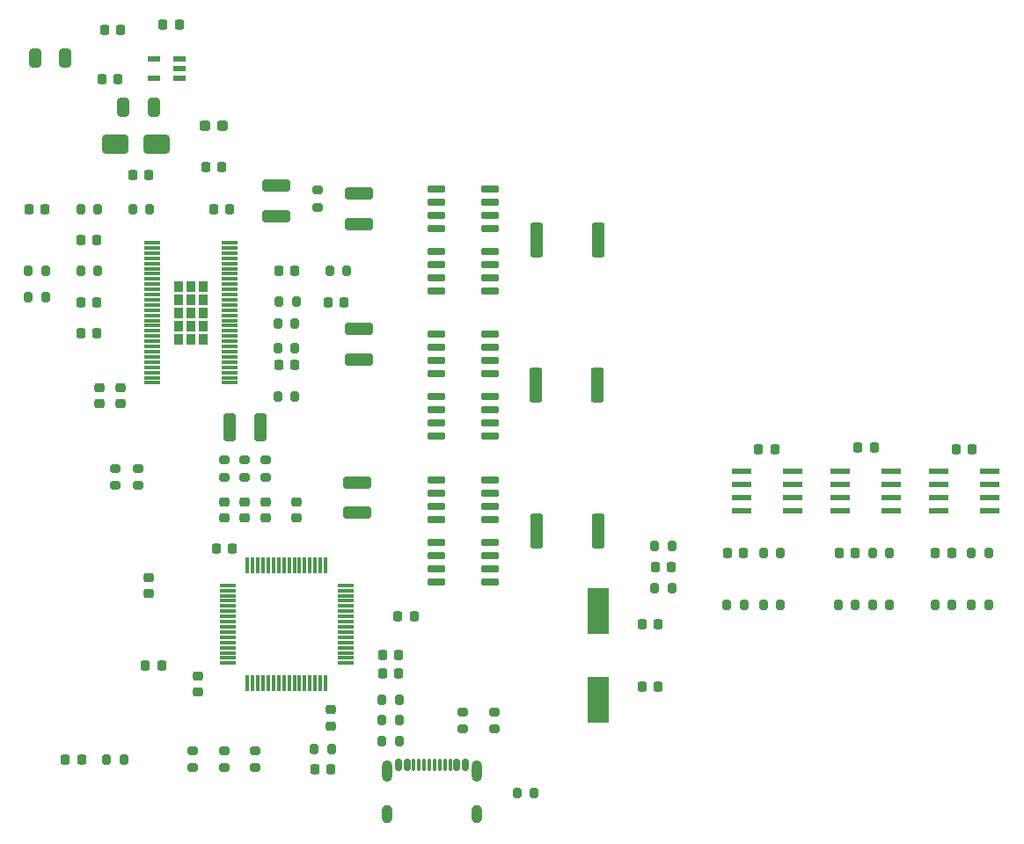
<source format=gbr>
%TF.GenerationSoftware,KiCad,Pcbnew,8.0.2*%
%TF.CreationDate,2024-10-24T11:45:51-03:00*%
%TF.ProjectId,ESCX,45534358-2e6b-4696-9361-645f70636258,rev?*%
%TF.SameCoordinates,Original*%
%TF.FileFunction,Paste,Top*%
%TF.FilePolarity,Positive*%
%FSLAX46Y46*%
G04 Gerber Fmt 4.6, Leading zero omitted, Abs format (unit mm)*
G04 Created by KiCad (PCBNEW 8.0.2) date 2024-10-24 11:45:51*
%MOMM*%
%LPD*%
G01*
G04 APERTURE LIST*
G04 Aperture macros list*
%AMRoundRect*
0 Rectangle with rounded corners*
0 $1 Rounding radius*
0 $2 $3 $4 $5 $6 $7 $8 $9 X,Y pos of 4 corners*
0 Add a 4 corners polygon primitive as box body*
4,1,4,$2,$3,$4,$5,$6,$7,$8,$9,$2,$3,0*
0 Add four circle primitives for the rounded corners*
1,1,$1+$1,$2,$3*
1,1,$1+$1,$4,$5*
1,1,$1+$1,$6,$7*
1,1,$1+$1,$8,$9*
0 Add four rect primitives between the rounded corners*
20,1,$1+$1,$2,$3,$4,$5,0*
20,1,$1+$1,$4,$5,$6,$7,0*
20,1,$1+$1,$6,$7,$8,$9,0*
20,1,$1+$1,$8,$9,$2,$3,0*%
G04 Aperture macros list end*
%ADD10RoundRect,0.237500X0.287500X0.237500X-0.287500X0.237500X-0.287500X-0.237500X0.287500X-0.237500X0*%
%ADD11RoundRect,0.225000X-0.225000X-0.250000X0.225000X-0.250000X0.225000X0.250000X-0.225000X0.250000X0*%
%ADD12RoundRect,0.200000X0.200000X0.275000X-0.200000X0.275000X-0.200000X-0.275000X0.200000X-0.275000X0*%
%ADD13RoundRect,0.225000X0.225000X0.250000X-0.225000X0.250000X-0.225000X-0.250000X0.225000X-0.250000X0*%
%ADD14RoundRect,0.200000X-0.275000X0.200000X-0.275000X-0.200000X0.275000X-0.200000X0.275000X0.200000X0*%
%ADD15RoundRect,0.218750X-0.256250X0.218750X-0.256250X-0.218750X0.256250X-0.218750X0.256250X0.218750X0*%
%ADD16RoundRect,0.200000X0.275000X-0.200000X0.275000X0.200000X-0.275000X0.200000X-0.275000X-0.200000X0*%
%ADD17RoundRect,0.250000X-0.362500X-1.425000X0.362500X-1.425000X0.362500X1.425000X-0.362500X1.425000X0*%
%ADD18RoundRect,0.250000X-1.100000X0.325000X-1.100000X-0.325000X1.100000X-0.325000X1.100000X0.325000X0*%
%ADD19RoundRect,0.200000X-0.200000X-0.275000X0.200000X-0.275000X0.200000X0.275000X-0.200000X0.275000X0*%
%ADD20R,1.981200X0.558800*%
%ADD21R,0.960000X1.030000*%
%ADD22R,1.550000X0.300000*%
%ADD23RoundRect,0.225000X-0.250000X0.225000X-0.250000X-0.225000X0.250000X-0.225000X0.250000X0.225000X0*%
%ADD24R,1.270000X0.558800*%
%ADD25RoundRect,0.075000X0.700000X0.075000X-0.700000X0.075000X-0.700000X-0.075000X0.700000X-0.075000X0*%
%ADD26RoundRect,0.075000X0.075000X0.700000X-0.075000X0.700000X-0.075000X-0.700000X0.075000X-0.700000X0*%
%ADD27RoundRect,0.250000X0.325000X0.650000X-0.325000X0.650000X-0.325000X-0.650000X0.325000X-0.650000X0*%
%ADD28RoundRect,0.150000X-0.725000X-0.150000X0.725000X-0.150000X0.725000X0.150000X-0.725000X0.150000X0*%
%ADD29RoundRect,0.150000X-0.150000X-0.425000X0.150000X-0.425000X0.150000X0.425000X-0.150000X0.425000X0*%
%ADD30RoundRect,0.075000X-0.075000X-0.500000X0.075000X-0.500000X0.075000X0.500000X-0.075000X0.500000X0*%
%ADD31O,1.000000X2.100000*%
%ADD32O,1.000000X1.800000*%
%ADD33R,2.000000X4.500000*%
%ADD34RoundRect,0.250000X1.000000X0.650000X-1.000000X0.650000X-1.000000X-0.650000X1.000000X-0.650000X0*%
%ADD35RoundRect,0.250000X1.100000X-0.325000X1.100000X0.325000X-1.100000X0.325000X-1.100000X-0.325000X0*%
%ADD36RoundRect,0.225000X0.250000X-0.225000X0.250000X0.225000X-0.250000X0.225000X-0.250000X-0.225000X0*%
%ADD37RoundRect,0.150000X0.725000X0.150000X-0.725000X0.150000X-0.725000X-0.150000X0.725000X-0.150000X0*%
%ADD38RoundRect,0.218750X-0.218750X-0.256250X0.218750X-0.256250X0.218750X0.256250X-0.218750X0.256250X0*%
%ADD39RoundRect,0.218750X0.218750X0.256250X-0.218750X0.256250X-0.218750X-0.256250X0.218750X-0.256250X0*%
%ADD40RoundRect,0.250000X0.325000X1.100000X-0.325000X1.100000X-0.325000X-1.100000X0.325000X-1.100000X0*%
G04 APERTURE END LIST*
D10*
%TO.C,L2*%
X121875000Y-63000000D03*
X120125000Y-63000000D03*
%TD*%
D11*
%TO.C,C4*%
X137225000Y-115750000D03*
X138775000Y-115750000D03*
%TD*%
D12*
%TO.C,R11*%
X175550000Y-109168800D03*
X173900000Y-109168800D03*
%TD*%
D11*
%TO.C,C2*%
X121225000Y-103750000D03*
X122775000Y-103750000D03*
%TD*%
D13*
%TO.C,C53*%
X132275000Y-125000000D03*
X130725000Y-125000000D03*
%TD*%
D14*
%TO.C,R3*%
X126000000Y-95175000D03*
X126000000Y-96825000D03*
%TD*%
D15*
%TO.C,D1*%
X122000000Y-99212500D03*
X122000000Y-100787500D03*
%TD*%
D12*
%TO.C,R7*%
X109825000Y-77000000D03*
X108175000Y-77000000D03*
%TD*%
%TO.C,R8*%
X114825000Y-71000000D03*
X113175000Y-71000000D03*
%TD*%
D16*
%TO.C,R1*%
X122000000Y-96825000D03*
X122000000Y-95175000D03*
%TD*%
D12*
%TO.C,R25*%
X128925000Y-79925000D03*
X127275000Y-79925000D03*
%TD*%
D11*
%TO.C,C27*%
X131975000Y-80000000D03*
X133525000Y-80000000D03*
%TD*%
D17*
%TO.C,R24*%
X152000000Y-88000000D03*
X157925000Y-88000000D03*
%TD*%
D18*
%TO.C,C48*%
X135000000Y-82525000D03*
X135000000Y-85475000D03*
%TD*%
D12*
%TO.C,R5*%
X104825000Y-77000000D03*
X103175000Y-77000000D03*
%TD*%
%TO.C,R20*%
X133825000Y-77000000D03*
X132175000Y-77000000D03*
%TD*%
D16*
%TO.C,R2*%
X124000000Y-96825000D03*
X124000000Y-95175000D03*
%TD*%
D19*
%TO.C,R28*%
X163425000Y-107500000D03*
X165075000Y-107500000D03*
%TD*%
%TO.C,R14*%
X190400000Y-109168800D03*
X192050000Y-109168800D03*
%TD*%
D13*
%TO.C,C49*%
X175000000Y-94168800D03*
X173450000Y-94168800D03*
%TD*%
D20*
%TO.C,U7*%
X171761200Y-96263800D03*
X171761200Y-97533800D03*
X171761200Y-98803800D03*
X171761200Y-100073800D03*
X176688800Y-100073800D03*
X176688800Y-98803800D03*
X176688800Y-97533800D03*
X176688800Y-96263800D03*
%TD*%
D13*
%TO.C,C25*%
X122525000Y-71000000D03*
X120975000Y-71000000D03*
%TD*%
D21*
%TO.C,U3*%
X117593200Y-78460000D03*
X117593200Y-79730000D03*
X117593200Y-81000000D03*
X117593200Y-82270000D03*
X117593200Y-83540000D03*
X118796600Y-78460000D03*
X118796600Y-79730000D03*
X118796600Y-81000000D03*
X118796600Y-82270000D03*
X118796600Y-83540000D03*
X120000000Y-78460000D03*
X120000000Y-79730000D03*
X120000000Y-81000000D03*
X120000000Y-82270000D03*
X120000000Y-83540000D03*
D22*
X115046600Y-74250000D03*
X115046600Y-74750000D03*
X115046600Y-75250000D03*
X115046600Y-75750000D03*
X115046600Y-76250000D03*
X115046600Y-76750000D03*
X115046600Y-77250000D03*
X115046600Y-77750000D03*
X115046600Y-78250000D03*
X115046600Y-78750000D03*
X115046600Y-79250000D03*
X115046600Y-79750000D03*
X115046600Y-80250000D03*
X115046600Y-80750000D03*
X115046600Y-81250000D03*
X115046600Y-81750000D03*
X115046600Y-82250000D03*
X115046600Y-82750000D03*
X115046600Y-83250000D03*
X115046600Y-83750000D03*
X115046600Y-84250000D03*
X115046600Y-84750000D03*
X115046600Y-85250000D03*
X115046600Y-85750000D03*
X115046600Y-86250000D03*
X115046600Y-86750000D03*
X115046600Y-87250000D03*
X115046600Y-87750000D03*
X122546600Y-87750000D03*
X122546600Y-87250000D03*
X122546600Y-86750000D03*
X122546600Y-86250000D03*
X122546600Y-85750000D03*
X122546600Y-85250000D03*
X122546600Y-84750000D03*
X122546600Y-84250000D03*
X122546600Y-83750000D03*
X122546600Y-83250000D03*
X122546600Y-82750000D03*
X122546600Y-82250000D03*
X122546600Y-81750000D03*
X122546600Y-81250000D03*
X122546600Y-80750000D03*
X122546600Y-80250000D03*
X122546600Y-79750000D03*
X122546600Y-79250000D03*
X122546600Y-78750000D03*
X122546600Y-78250000D03*
X122546600Y-77750000D03*
X122546600Y-77250000D03*
X122546600Y-76750000D03*
X122546600Y-76250000D03*
X122546600Y-75750000D03*
X122546600Y-75250000D03*
X122546600Y-74750000D03*
X122546600Y-74250000D03*
%TD*%
D23*
%TO.C,C16*%
X110000000Y-88225000D03*
X110000000Y-89775000D03*
%TD*%
D17*
%TO.C,R18*%
X152037500Y-74000000D03*
X157962500Y-74000000D03*
%TD*%
D24*
%TO.C,U2*%
X117719200Y-58452500D03*
X117719200Y-57500000D03*
X117719200Y-56547500D03*
X115280800Y-56547500D03*
X115280800Y-58452500D03*
%TD*%
D20*
%TO.C,U6*%
X181297400Y-96263800D03*
X181297400Y-97533800D03*
X181297400Y-98803800D03*
X181297400Y-100073800D03*
X186225000Y-100073800D03*
X186225000Y-98803800D03*
X186225000Y-97533800D03*
X186225000Y-96263800D03*
%TD*%
D13*
%TO.C,C12*%
X117675000Y-53250000D03*
X116125000Y-53250000D03*
%TD*%
D25*
%TO.C,U1*%
X133675000Y-114750000D03*
X133675000Y-114250000D03*
X133675000Y-113750000D03*
X133675000Y-113250000D03*
X133675000Y-112750000D03*
X133675000Y-112250000D03*
X133675000Y-111750000D03*
X133675000Y-111250000D03*
X133675000Y-110750000D03*
X133675000Y-110250000D03*
X133675000Y-109750000D03*
X133675000Y-109250000D03*
X133675000Y-108750000D03*
X133675000Y-108250000D03*
X133675000Y-107750000D03*
X133675000Y-107250000D03*
D26*
X131750000Y-105325000D03*
X131250000Y-105325000D03*
X130750000Y-105325000D03*
X130250000Y-105325000D03*
X129750000Y-105325000D03*
X129250000Y-105325000D03*
X128750000Y-105325000D03*
X128250000Y-105325000D03*
X127750000Y-105325000D03*
X127250000Y-105325000D03*
X126750000Y-105325000D03*
X126250000Y-105325000D03*
X125750000Y-105325000D03*
X125250000Y-105325000D03*
X124750000Y-105325000D03*
X124250000Y-105325000D03*
D25*
X122325000Y-107250000D03*
X122325000Y-107750000D03*
X122325000Y-108250000D03*
X122325000Y-108750000D03*
X122325000Y-109250000D03*
X122325000Y-109750000D03*
X122325000Y-110250000D03*
X122325000Y-110750000D03*
X122325000Y-111250000D03*
X122325000Y-111750000D03*
X122325000Y-112250000D03*
X122325000Y-112750000D03*
X122325000Y-113250000D03*
X122325000Y-113750000D03*
X122325000Y-114250000D03*
X122325000Y-114750000D03*
D26*
X124250000Y-116675000D03*
X124750000Y-116675000D03*
X125250000Y-116675000D03*
X125750000Y-116675000D03*
X126250000Y-116675000D03*
X126750000Y-116675000D03*
X127250000Y-116675000D03*
X127750000Y-116675000D03*
X128250000Y-116675000D03*
X128750000Y-116675000D03*
X129250000Y-116675000D03*
X129750000Y-116675000D03*
X130250000Y-116675000D03*
X130750000Y-116675000D03*
X131250000Y-116675000D03*
X131750000Y-116675000D03*
%TD*%
D12*
%TO.C,R23*%
X175550000Y-104168800D03*
X173900000Y-104168800D03*
%TD*%
D11*
%TO.C,C3*%
X114425000Y-115000000D03*
X115975000Y-115000000D03*
%TD*%
D16*
%TO.C,R35*%
X122000000Y-124825000D03*
X122000000Y-123175000D03*
%TD*%
D19*
%TO.C,R4*%
X103175000Y-79500000D03*
X104825000Y-79500000D03*
%TD*%
D14*
%TO.C,R30*%
X113750000Y-96000000D03*
X113750000Y-97650000D03*
%TD*%
D13*
%TO.C,C46*%
X184562050Y-93953800D03*
X183012050Y-93953800D03*
%TD*%
D14*
%TO.C,R19*%
X131000000Y-69175000D03*
X131000000Y-70825000D03*
%TD*%
D27*
%TO.C,C30*%
X115225000Y-61250000D03*
X112275000Y-61250000D03*
%TD*%
D13*
%TO.C,C29*%
X114775000Y-67750000D03*
X113225000Y-67750000D03*
%TD*%
D28*
%TO.C,Q6*%
X142425000Y-106905000D03*
X147575000Y-103095000D03*
X147575000Y-104365000D03*
X147575000Y-105635000D03*
X147575000Y-106905000D03*
X142425000Y-103095000D03*
X142425000Y-104365000D03*
X142425000Y-105635000D03*
%TD*%
D14*
%TO.C,R38*%
X148000000Y-119425000D03*
X148000000Y-121075000D03*
%TD*%
%TO.C,R42*%
X145000000Y-119425000D03*
X145000000Y-121075000D03*
%TD*%
D29*
%TO.C,J6*%
X138800000Y-124570000D03*
X139600000Y-124570000D03*
D30*
X140750000Y-124570000D03*
X141750000Y-124570000D03*
X142250000Y-124570000D03*
X143250000Y-124570000D03*
D29*
X144400000Y-124570000D03*
X145200000Y-124570000D03*
X145200000Y-124570000D03*
X144400000Y-124570000D03*
D30*
X143750000Y-124570000D03*
X142750000Y-124570000D03*
X141250000Y-124570000D03*
X140250000Y-124570000D03*
D29*
X139600000Y-124570000D03*
X138800000Y-124570000D03*
D31*
X137680000Y-125145000D03*
D32*
X137680000Y-129325000D03*
D31*
X146320000Y-125145000D03*
D32*
X146320000Y-129325000D03*
%TD*%
D18*
%TO.C,C42*%
X135000000Y-69525000D03*
X135000000Y-72475000D03*
%TD*%
D23*
%TO.C,C9*%
X119500000Y-115975000D03*
X119500000Y-117525000D03*
%TD*%
D12*
%TO.C,R32*%
X128825000Y-84400000D03*
X127175000Y-84400000D03*
%TD*%
D13*
%TO.C,C7*%
X163775000Y-111000000D03*
X162225000Y-111000000D03*
%TD*%
D14*
%TO.C,R29*%
X111500000Y-96000000D03*
X111500000Y-97650000D03*
%TD*%
D15*
%TO.C,D3*%
X126000000Y-99212500D03*
X126000000Y-100787500D03*
%TD*%
D33*
%TO.C,X1*%
X158000000Y-109750000D03*
X158000000Y-118250000D03*
%TD*%
D20*
%TO.C,U5*%
X190761200Y-96263800D03*
X190761200Y-97533800D03*
X190761200Y-98803800D03*
X190761200Y-100073800D03*
X195688800Y-100073800D03*
X195688800Y-98803800D03*
X195688800Y-97533800D03*
X195688800Y-96263800D03*
%TD*%
D28*
%TO.C,Q4*%
X142425000Y-92905000D03*
X147575000Y-89095000D03*
X147575000Y-90365000D03*
X147575000Y-91635000D03*
X147575000Y-92905000D03*
X142425000Y-89095000D03*
X142425000Y-90365000D03*
X142425000Y-91635000D03*
%TD*%
D34*
%TO.C,D4*%
X115500000Y-64750000D03*
X111500000Y-64750000D03*
%TD*%
D19*
%TO.C,R12*%
X170400000Y-109168800D03*
X172050000Y-109168800D03*
%TD*%
D12*
%TO.C,R43*%
X151825000Y-127250000D03*
X150175000Y-127250000D03*
%TD*%
D13*
%TO.C,C13*%
X109775000Y-80000000D03*
X108225000Y-80000000D03*
%TD*%
D35*
%TO.C,C28*%
X127000000Y-71725000D03*
X127000000Y-68775000D03*
%TD*%
D17*
%TO.C,R31*%
X152037500Y-102000000D03*
X157962500Y-102000000D03*
%TD*%
D13*
%TO.C,C43*%
X192000000Y-104168800D03*
X190450000Y-104168800D03*
%TD*%
D19*
%TO.C,R13*%
X110675000Y-124000000D03*
X112325000Y-124000000D03*
%TD*%
D23*
%TO.C,C6*%
X114750000Y-106475000D03*
X114750000Y-108025000D03*
%TD*%
D13*
%TO.C,C44*%
X182725000Y-104168800D03*
X181175000Y-104168800D03*
%TD*%
D19*
%TO.C,R39*%
X137175000Y-122250000D03*
X138825000Y-122250000D03*
%TD*%
D36*
%TO.C,C11*%
X129000000Y-100775000D03*
X129000000Y-99225000D03*
%TD*%
D28*
%TO.C,Q2*%
X142425000Y-78905000D03*
X147575000Y-75095000D03*
X147575000Y-76365000D03*
X147575000Y-77635000D03*
X147575000Y-78905000D03*
X142425000Y-75095000D03*
X142425000Y-76365000D03*
X142425000Y-77635000D03*
%TD*%
D11*
%TO.C,C23*%
X127225000Y-77000000D03*
X128775000Y-77000000D03*
%TD*%
%TO.C,C20*%
X110475000Y-53750000D03*
X112025000Y-53750000D03*
%TD*%
D19*
%TO.C,R41*%
X137175000Y-120250000D03*
X138825000Y-120250000D03*
%TD*%
D12*
%TO.C,R9*%
X195550000Y-109168800D03*
X193900000Y-109168800D03*
%TD*%
%TO.C,R22*%
X186050000Y-104168800D03*
X184400000Y-104168800D03*
%TD*%
D11*
%TO.C,C17*%
X108225000Y-74000000D03*
X109775000Y-74000000D03*
%TD*%
D12*
%TO.C,R33*%
X128825000Y-89050000D03*
X127175000Y-89050000D03*
%TD*%
%TO.C,R26*%
X128825000Y-82000000D03*
X127175000Y-82000000D03*
%TD*%
D19*
%TO.C,R6*%
X108175000Y-71000000D03*
X109825000Y-71000000D03*
%TD*%
D18*
%TO.C,C52*%
X134800000Y-97325000D03*
X134800000Y-100275000D03*
%TD*%
D37*
%TO.C,Q1*%
X147575000Y-69095000D03*
X142425000Y-72905000D03*
X142425000Y-71635000D03*
X142425000Y-70365000D03*
X142425000Y-69095000D03*
X147575000Y-72905000D03*
X147575000Y-71635000D03*
X147575000Y-70365000D03*
%TD*%
D12*
%TO.C,R37*%
X132325000Y-123000000D03*
X130675000Y-123000000D03*
%TD*%
D15*
%TO.C,D2*%
X124000000Y-99212500D03*
X124000000Y-100787500D03*
%TD*%
D38*
%TO.C,D5*%
X106712500Y-124000000D03*
X108287500Y-124000000D03*
%TD*%
D39*
%TO.C,L1*%
X111787500Y-58500000D03*
X110212500Y-58500000D03*
%TD*%
D37*
%TO.C,Q5*%
X147575000Y-97095000D03*
X142425000Y-100905000D03*
X142425000Y-99635000D03*
X142425000Y-98365000D03*
X142425000Y-97095000D03*
X147575000Y-100905000D03*
X147575000Y-99635000D03*
X147575000Y-98365000D03*
%TD*%
D11*
%TO.C,C15*%
X103225000Y-71000000D03*
X104775000Y-71000000D03*
%TD*%
D19*
%TO.C,R40*%
X137175000Y-118250000D03*
X138825000Y-118250000D03*
%TD*%
%TO.C,R15*%
X181100000Y-109168800D03*
X182750000Y-109168800D03*
%TD*%
D16*
%TO.C,R36*%
X119000000Y-124825000D03*
X119000000Y-123175000D03*
%TD*%
D11*
%TO.C,C19*%
X108225000Y-83000000D03*
X109775000Y-83000000D03*
%TD*%
D40*
%TO.C,C22*%
X125475000Y-92000000D03*
X122525000Y-92000000D03*
%TD*%
D13*
%TO.C,C1*%
X163775000Y-117000000D03*
X162225000Y-117000000D03*
%TD*%
%TO.C,C45*%
X172000000Y-104168800D03*
X170450000Y-104168800D03*
%TD*%
D23*
%TO.C,C18*%
X112000000Y-88225000D03*
X112000000Y-89775000D03*
%TD*%
D11*
%TO.C,C47*%
X163475000Y-105500000D03*
X165025000Y-105500000D03*
%TD*%
%TO.C,C5*%
X138725000Y-110250000D03*
X140275000Y-110250000D03*
%TD*%
D13*
%TO.C,C41*%
X194000000Y-94168800D03*
X192450000Y-94168800D03*
%TD*%
%TO.C,C26*%
X121775000Y-67000000D03*
X120225000Y-67000000D03*
%TD*%
D11*
%TO.C,C8*%
X137225000Y-114000000D03*
X138775000Y-114000000D03*
%TD*%
D37*
%TO.C,Q3*%
X147575000Y-83095000D03*
X142425000Y-86905000D03*
X142425000Y-85635000D03*
X142425000Y-84365000D03*
X142425000Y-83095000D03*
X147575000Y-86905000D03*
X147575000Y-85635000D03*
X147575000Y-84365000D03*
%TD*%
D16*
%TO.C,R34*%
X125000000Y-124825000D03*
X125000000Y-123175000D03*
%TD*%
D12*
%TO.C,R27*%
X165075000Y-103500000D03*
X163425000Y-103500000D03*
%TD*%
%TO.C,R21*%
X195550000Y-104168800D03*
X193900000Y-104168800D03*
%TD*%
D23*
%TO.C,C10*%
X132250000Y-119225000D03*
X132250000Y-120775000D03*
%TD*%
D12*
%TO.C,R10*%
X186050000Y-109168800D03*
X184400000Y-109168800D03*
%TD*%
D27*
%TO.C,C21*%
X106725000Y-56500000D03*
X103775000Y-56500000D03*
%TD*%
D11*
%TO.C,C24*%
X127225000Y-86000000D03*
X128775000Y-86000000D03*
%TD*%
M02*

</source>
